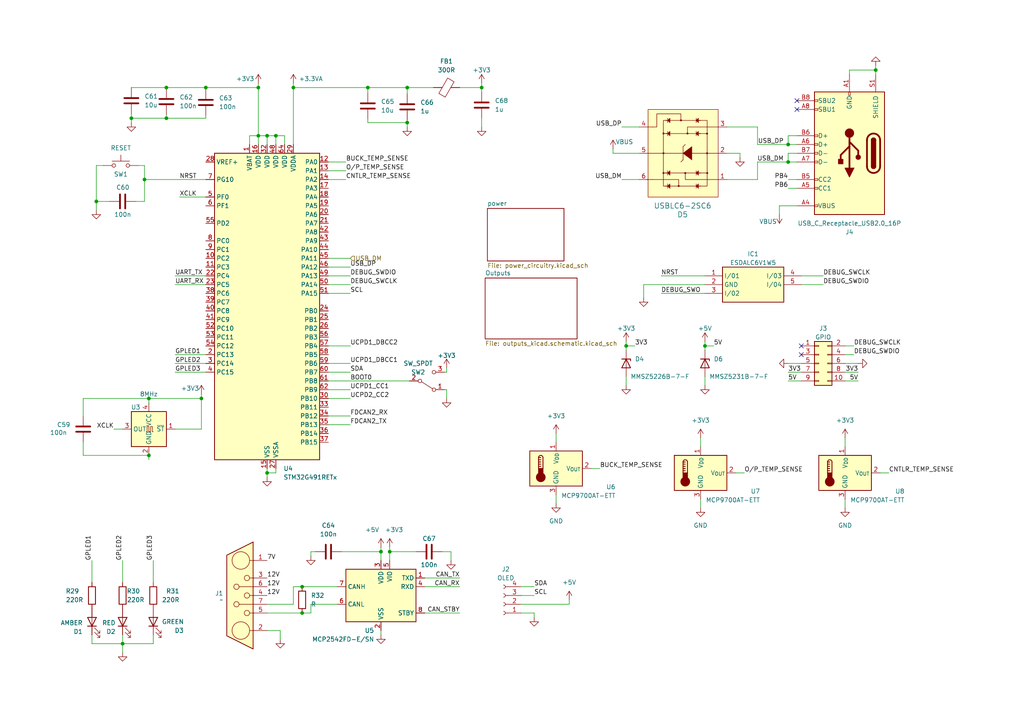
<source format=kicad_sch>
(kicad_sch (version 20231120) (generator "eeschema") (generator_version "8.0")
  (paper "A4")
  (lib_symbols
    (symbol "Connector:Conn_01x04_Socket" (pin_names (offset 1.016) hide)
      (property "Reference" "J" (at 0 5.08 0))
      (property "Value" "Conn_01x04_Socket" (at 0 -7.62 0))
      (symbol "Conn_01x04_Socket_1_1"
        (pin passive line (at -5.08 2.54 0) (length 3.81) (name "Pin_1") (number "1"))
        (pin passive line (at -5.08 0 0) (length 3.81) (name "Pin_2") (number "2"))
        (pin passive line (at -5.08 -2.54 0) (length 3.81) (name "Pin_3") (number "3"))
        (pin passive line (at -5.08 -5.08 0) (length 3.81) (name "Pin_4") (number "4"))
      )
    )
    (symbol "Connector:USB_C_Receptacle_USB2.0_16P" (pin_names (offset 1.016))
      (property "Reference" "J" (at 0 22.225 0))
      (property "Value" "USB_C_Receptacle_USB2.0_16P" (at 0 19.685 0))
      (symbol "USB_C_Receptacle_USB2.0_16P_1_1"
        (pin passive line (at 0 -22.86 90) (length 5.08) (name "GND") (number "A1"))
        (pin passive line (at 0 -22.86 90) (length 5.08) hide (name "GND") (number "A12"))
        (pin passive line (at 15.24 15.24 180) (length 5.08) (name "VBUS") (number "A4"))
        (pin bidirectional line (at 15.24 10.16 180) (length 5.08) (name "CC1") (number "A5"))
        (pin bidirectional line (at 15.24 -2.54 180) (length 5.08) (name "D+") (number "A6"))
        (pin bidirectional line (at 15.24 2.54 180) (length 5.08) (name "D-") (number "A7"))
        (pin bidirectional line (at 15.24 -12.7 180) (length 5.08) (name "SBU1") (number "A8"))
        (pin passive line (at 15.24 15.24 180) (length 5.08) hide (name "VBUS") (number "A9"))
        (pin passive line (at 0 -22.86 90) (length 5.08) hide (name "GND") (number "B1"))
        (pin passive line (at 0 -22.86 90) (length 5.08) hide (name "GND") (number "B12"))
        (pin passive line (at 15.24 15.24 180) (length 5.08) hide (name "VBUS") (number "B4"))
        (pin bidirectional line (at 15.24 7.62 180) (length 5.08) (name "CC2") (number "B5"))
        (pin bidirectional line (at 15.24 -5.08 180) (length 5.08) (name "D+") (number "B6"))
        (pin bidirectional line (at 15.24 0 180) (length 5.08) (name "D-") (number "B7"))
        (pin bidirectional line (at 15.24 -15.24 180) (length 5.08) (name "SBU2") (number "B8"))
        (pin passive line (at 15.24 15.24 180) (length 5.08) hide (name "VBUS") (number "B9"))
        (pin passive line (at -7.62 -22.86 90) (length 5.08) (name "SHIELD") (number "S1"))
      )
    )
    (symbol "Connector_Generic:Conn_02x05_Odd_Even" (pin_names (offset 1.016) hide)
      (property "Reference" "J" (at 1.27 7.62 0))
      (property "Value" "Conn_02x05_Odd_Even" (at 1.27 -7.62 0))
      (symbol "Conn_02x05_Odd_Even_1_1"
        (pin passive line (at -5.08 5.08 0) (length 3.81) (name "Pin_1") (number "1"))
        (pin passive line (at 7.62 -5.08 180) (length 3.81) (name "Pin_10") (number "10"))
        (pin passive line (at 7.62 5.08 180) (length 3.81) (name "Pin_2") (number "2"))
        (pin passive line (at -5.08 2.54 0) (length 3.81) (name "Pin_3") (number "3"))
        (pin passive line (at 7.62 2.54 180) (length 3.81) (name "Pin_4") (number "4"))
        (pin passive line (at -5.08 0 0) (length 3.81) (name "Pin_5") (number "5"))
        (pin passive line (at 7.62 0 180) (length 3.81) (name "Pin_6") (number "6"))
        (pin passive line (at -5.08 -2.54 0) (length 3.81) (name "Pin_7") (number "7"))
        (pin passive line (at 7.62 -2.54 180) (length 3.81) (name "Pin_8") (number "8"))
        (pin passive line (at -5.08 -5.08 0) (length 3.81) (name "Pin_9") (number "9"))
      )
    )
    (symbol "Device:C" (pin_numbers hide) (pin_names (offset 0.254))
      (property "Reference" "C" (at 0.635 2.54 0))
      (property "Value" "C" (at 0.635 -2.54 0))
      (symbol "C_1_1"
        (pin passive line (at 0 3.81 270) (length 2.794) (name "~") (number "1"))
        (pin passive line (at 0 -3.81 90) (length 2.794) (name "~") (number "2"))
      )
    )
    (symbol "Device:D_Zener" (pin_numbers hide) (pin_names (offset 1.016) hide)
      (property "Reference" "D" (at 0 2.54 0))
      (property "Value" "D_Zener" (at 0 -2.54 0))
      (symbol "D_Zener_1_1"
        (pin passive line (at -3.81 0 0) (length 2.54) (name "K") (number "1"))
        (pin passive line (at 3.81 0 180) (length 2.54) (name "A") (number "2"))
      )
    )
    (symbol "Device:FerriteBead" (pin_numbers hide) (pin_names (offset 0))
      (property "Reference" "FB" (at -3.81 0.635 90))
      (property "Value" "FerriteBead" (at 3.81 0 90))
      (symbol "FerriteBead_1_1"
        (pin passive line (at 0 3.81 270) (length 2.54) (name "~") (number "1"))
        (pin passive line (at 0 -3.81 90) (length 2.54) (name "~") (number "2"))
      )
    )
    (symbol "Device:LED" (pin_numbers hide) (pin_names (offset 1.016) hide)
      (property "Reference" "D" (at 0 2.54 0))
      (property "Value" "LED" (at 0 -2.54 0))
      (symbol "LED_1_1"
        (pin passive line (at -3.81 0 0) (length 2.54) (name "K") (number "1"))
        (pin passive line (at 3.81 0 180) (length 2.54) (name "A") (number "2"))
      )
    )
    (symbol "Device:R" (pin_numbers hide) (pin_names (offset 0))
      (property "Reference" "R" (at 2.032 0 90))
      (property "Value" "R" (at 0 0 90))
      (symbol "R_1_1"
        (pin passive line (at 0 3.81 270) (length 1.27) (name "~") (number "1"))
        (pin passive line (at 0 -3.81 90) (length 1.27) (name "~") (number "2"))
      )
    )
    (symbol "Interface_CAN_LIN:MCP2542FDxMF"
      (property "Reference" "U" (at -10.16 8.89 0))
      (property "Value" "MCP2542FDxMF" (at 2.54 8.89 0))
      (symbol "MCP2542FDxMF_1_1"
        (pin input line (at -12.7 5.08 0) (length 2.54) (name "TXD") (number "1"))
        (pin power_in line (at 0 -10.16 90) (length 2.54) (name "VSS") (number "2"))
        (pin power_in line (at 0 10.16 270) (length 2.54) (name "VDD") (number "3"))
        (pin output line (at -12.7 2.54 0) (length 2.54) (name "RXD") (number "4"))
        (pin power_in line (at -2.54 10.16 270) (length 2.54) (name "VIO") (number "5"))
        (pin bidirectional line (at 12.7 -2.54 180) (length 2.54) (name "CANL") (number "6"))
        (pin bidirectional line (at 12.7 2.54 180) (length 2.54) (name "CANH") (number "7"))
        (pin input line (at -12.7 -5.08 0) (length 2.54) (name "STBY") (number "8"))
        (pin passive line (at 0 -10.16 90) (length 2.54) hide (name "VSS") (number "9"))
      )
    )
    (symbol "MCU_ST_STM32G4:STM32G491RETx"
      (property "Reference" "U" (at -15.24 46.99 0))
      (property "Value" "STM32G491RETx" (at 10.16 46.99 0))
      (symbol "STM32G491RETx_1_1"
        (pin power_in line (at -5.08 48.26 270) (length 2.54) (name "VBAT") (number "1"))
        (pin bidirectional line (at -17.78 15.24 0) (length 2.54) (name "PC2") (number "10"))
        (pin bidirectional line (at -17.78 12.7 0) (length 2.54) (name "PC3") (number "11"))
        (pin bidirectional line (at 17.78 43.18 180) (length 2.54) (name "PA0") (number "12"))
        (pin bidirectional line (at 17.78 40.64 180) (length 2.54) (name "PA1") (number "13"))
        (pin bidirectional line (at 17.78 38.1 180) (length 2.54) (name "PA2") (number "14"))
        (pin power_in line (at 0 -45.72 90) (length 2.54) (name "VSS") (number "15"))
        (pin power_in line (at -2.54 48.26 270) (length 2.54) (name "VDD") (number "16"))
        (pin bidirectional line (at 17.78 35.56 180) (length 2.54) (name "PA3") (number "17"))
        (pin bidirectional line (at 17.78 33.02 180) (length 2.54) (name "PA4") (number "18"))
        (pin bidirectional line (at 17.78 30.48 180) (length 2.54) (name "PA5") (number "19"))
        (pin bidirectional line (at -17.78 -12.7 0) (length 2.54) (name "PC13") (number "2"))
        (pin bidirectional line (at 17.78 27.94 180) (length 2.54) (name "PA6") (number "20"))
        (pin bidirectional line (at 17.78 25.4 180) (length 2.54) (name "PA7") (number "21"))
        (pin bidirectional line (at -17.78 10.16 0) (length 2.54) (name "PC4") (number "22"))
        (pin bidirectional line (at -17.78 7.62 0) (length 2.54) (name "PC5") (number "23"))
        (pin bidirectional line (at 17.78 0 180) (length 2.54) (name "PB0") (number "24"))
        (pin bidirectional line (at 17.78 -2.54 180) (length 2.54) (name "PB1") (number "25"))
        (pin bidirectional line (at 17.78 -5.08 180) (length 2.54) (name "PB2") (number "26"))
        (pin power_in line (at 2.54 -45.72 90) (length 2.54) (name "VSSA") (number "27"))
        (pin input line (at -17.78 43.18 0) (length 2.54) (name "VREF+") (number "28"))
        (pin power_in line (at 7.62 48.26 270) (length 2.54) (name "VDDA") (number "29"))
        (pin bidirectional line (at -17.78 -15.24 0) (length 2.54) (name "PC14") (number "3"))
        (pin bidirectional line (at 17.78 -25.4 180) (length 2.54) (name "PB10") (number "30"))
        (pin passive line (at 0 -45.72 90) (length 2.54) hide (name "VSS") (number "31"))
        (pin power_in line (at 0 48.26 270) (length 2.54) (name "VDD") (number "32"))
        (pin bidirectional line (at 17.78 -27.94 180) (length 2.54) (name "PB11") (number "33"))
        (pin bidirectional line (at 17.78 -30.48 180) (length 2.54) (name "PB12") (number "34"))
        (pin bidirectional line (at 17.78 -33.02 180) (length 2.54) (name "PB13") (number "35"))
        (pin bidirectional line (at 17.78 -35.56 180) (length 2.54) (name "PB14") (number "36"))
        (pin bidirectional line (at 17.78 -38.1 180) (length 2.54) (name "PB15") (number "37"))
        (pin bidirectional line (at -17.78 5.08 0) (length 2.54) (name "PC6") (number "38"))
        (pin bidirectional line (at -17.78 2.54 0) (length 2.54) (name "PC7") (number "39"))
        (pin bidirectional line (at -17.78 -17.78 0) (length 2.54) (name "PC15") (number "4"))
        (pin bidirectional line (at -17.78 0 0) (length 2.54) (name "PC8") (number "40"))
        (pin bidirectional line (at -17.78 -2.54 0) (length 2.54) (name "PC9") (number "41"))
        (pin bidirectional line (at 17.78 22.86 180) (length 2.54) (name "PA8") (number "42"))
        (pin bidirectional line (at 17.78 20.32 180) (length 2.54) (name "PA9") (number "43"))
        (pin bidirectional line (at 17.78 17.78 180) (length 2.54) (name "PA10") (number "44"))
        (pin bidirectional line (at 17.78 15.24 180) (length 2.54) (name "PA11") (number "45"))
        (pin bidirectional line (at 17.78 12.7 180) (length 2.54) (name "PA12") (number "46"))
        (pin passive line (at 0 -45.72 90) (length 2.54) hide (name "VSS") (number "47"))
        (pin power_in line (at 2.54 48.26 270) (length 2.54) (name "VDD") (number "48"))
        (pin bidirectional line (at 17.78 10.16 180) (length 2.54) (name "PA13") (number "49"))
        (pin bidirectional line (at -17.78 33.02 0) (length 2.54) (name "PF0") (number "5"))
        (pin bidirectional line (at 17.78 7.62 180) (length 2.54) (name "PA14") (number "50"))
        (pin bidirectional line (at 17.78 5.08 180) (length 2.54) (name "PA15") (number "51"))
        (pin bidirectional line (at -17.78 -5.08 0) (length 2.54) (name "PC10") (number "52"))
        (pin bidirectional line (at -17.78 -7.62 0) (length 2.54) (name "PC11") (number "53"))
        (pin bidirectional line (at -17.78 -10.16 0) (length 2.54) (name "PC12") (number "54"))
        (pin bidirectional line (at -17.78 25.4 0) (length 2.54) (name "PD2") (number "55"))
        (pin bidirectional line (at 17.78 -7.62 180) (length 2.54) (name "PB3") (number "56"))
        (pin bidirectional line (at 17.78 -10.16 180) (length 2.54) (name "PB4") (number "57"))
        (pin bidirectional line (at 17.78 -12.7 180) (length 2.54) (name "PB5") (number "58"))
        (pin bidirectional line (at 17.78 -15.24 180) (length 2.54) (name "PB6") (number "59"))
        (pin bidirectional line (at -17.78 30.48 0) (length 2.54) (name "PF1") (number "6"))
        (pin bidirectional line (at 17.78 -17.78 180) (length 2.54) (name "PB7") (number "60"))
        (pin bidirectional line (at 17.78 -20.32 180) (length 2.54) (name "PB8") (number "61"))
        (pin bidirectional line (at 17.78 -22.86 180) (length 2.54) (name "PB9") (number "62"))
        (pin passive line (at 0 -45.72 90) (length 2.54) hide (name "VSS") (number "63"))
        (pin power_in line (at 5.08 48.26 270) (length 2.54) (name "VDD") (number "64"))
        (pin bidirectional line (at -17.78 38.1 0) (length 2.54) (name "PG10") (number "7"))
        (pin bidirectional line (at -17.78 20.32 0) (length 2.54) (name "PC0") (number "8"))
        (pin bidirectional line (at -17.78 17.78 0) (length 2.54) (name "PC1") (number "9"))
      )
    )
    (symbol "RF_Parts:ESDALC6V1W5"
      (property "Reference" "IC" (at 24.13 7.62 0))
      (property "Value" "ESDALC6V1W5" (at 24.13 5.08 0))
      (symbol "ESDALC6V1W5_1_1"
        (pin passive line (at 0 0 0) (length 5.08) (name "I/01") (number "1"))
        (pin passive line (at 0 -2.54 0) (length 5.08) (name "GND") (number "2"))
        (pin passive line (at 0 -5.08 0) (length 5.08) (name "I/02") (number "3"))
        (pin passive line (at 27.94 0 180) (length 5.08) (name "I/03") (number "4"))
        (pin passive line (at 27.94 -2.54 180) (length 5.08) (name "I/04") (number "5"))
      )
    )
    (symbol "RF_Parts:SG-3225CAN"
      (property "Reference" "U" (at 3.81 7.62 0))
      (symbol "SG-3225CAN_1_1"
        (pin input line (at -7.62 0 0) (length 2.54) (name "~{ST}") (number "1"))
        (pin power_in line (at 0 -7.62 90) (length 2.54) (name "GND") (number "2"))
        (pin output line (at 7.62 0 180) (length 2.54) (name "OUT") (number "3"))
        (pin power_in line (at 0 7.62 270) (length 2.54) (name "VCC") (number "4"))
      )
    )
    (symbol "Sensor_Temperature:MCP9700Ax-ETT"
      (property "Reference" "U" (at -6.35 6.35 0))
      (property "Value" "MCP9700Ax-ETT" (at 1.27 6.35 0))
      (symbol "MCP9700Ax-ETT_1_1"
        (pin power_in line (at 0 7.62 270) (length 2.54) (name "V_{DD}") (number "1"))
        (pin output line (at 10.16 0 180) (length 2.54) (name "V_{OUT}") (number "2"))
        (pin power_in line (at 0 -7.62 90) (length 2.54) (name "GND") (number "3"))
      )
    )
    (symbol "Switch:SW_Push" (pin_numbers hide) (pin_names (offset 1.016) hide)
      (property "Reference" "SW" (at 1.27 2.54 0))
      (property "Value" "SW_Push" (at 0 -1.524 0))
      (symbol "SW_Push_0_1"
        (pin passive line (at -5.08 0 0) (length 2.54) (name "1") (number "1"))
        (pin passive line (at 5.08 0 180) (length 2.54) (name "2") (number "2"))
      )
    )
    (symbol "Switch:SW_SPDT" (pin_names (offset 0) hide)
      (property "Reference" "SW" (at 0 4.318 0))
      (property "Value" "SW_SPDT" (at 0 -5.08 0))
      (symbol "SW_SPDT_1_1"
        (pin passive line (at 5.08 2.54 180) (length 2.54) (name "A") (number "1"))
        (pin passive line (at -5.08 0 0) (length 2.54) (name "B") (number "2"))
        (pin passive line (at 5.08 -2.54 180) (length 2.54) (name "C") (number "3"))
      )
    )
    (symbol "dk_TVS-Diodes:USBLC6-2SC6" (pin_names (offset 1.016))
      (property "Reference" "D" (at -10.16 13.97 0))
      (property "Value" "USBLC6-2SC6" (at 0 -13.97 0))
      (symbol "USBLC6-2SC6_1_1"
        (pin input line (at -12.7 7.62 0) (length 2.54) (name "~") (number "1"))
        (pin power_in line (at -12.7 0 0) (length 2.54) (name "~") (number "2"))
        (pin input line (at -12.7 -7.62 0) (length 2.54) (name "~") (number "3"))
        (pin input line (at 12.7 -7.62 180) (length 2.54) (name "~") (number "4"))
        (pin output line (at 12.7 0 180) (length 2.54) (name "~") (number "5"))
        (pin input line (at 12.7 7.62 180) (length 2.54) (name "~") (number "6"))
      )
    )
    (symbol "ecocad_lib_symbols:DB7W2"
      (property "Reference" "J" (at -0.508 15.494 0))
      (symbol "DB7W2_1_1"
        (pin passive line (at -7.62 10.16 0) (length 3.81) (name "") (number "1"))
        (pin passive line (at -7.62 -10.16 0) (length 3.81) (name "") (number "2"))
        (pin passive line (at -7.62 5.08 0) (length 3.81) (name "") (number "3"))
        (pin passive line (at -7.62 0 0) (length 3.81) (name "") (number "4"))
        (pin passive line (at -7.62 -5.08 0) (length 3.81) (name "") (number "5"))
        (pin passive line (at -7.62 2.54 0) (length 3.81) (name "") (number "6"))
        (pin passive line (at -7.62 -2.54 0) (length 3.81) (name "") (number "7"))
      )
    )
    (symbol "power:+3.3VA" (power) (pin_names (offset 0))
      (property "Value" "+3.3VA" (at 0 3.556 0))
      (symbol "+3.3VA_1_1"
        (pin power_in line (at 0 0 90) (length 0) hide (name "+3.3VA") (number "1"))
      )
    )
    (symbol "power:+3V3" (power) (pin_names (offset 0))
      (property "Value" "+3V3" (at 0 3.556 0))
      (symbol "+3V3_1_1"
        (pin power_in line (at 0 0 90) (length 0) hide (name "+3V3") (number "1"))
      )
    )
    (symbol "power:+5V" (power) (pin_names (offset 0))
      (property "Value" "+5V" (at 0 3.556 0))
      (symbol "+5V_1_1"
        (pin power_in line (at 0 0 90) (length 0) hide (name "+5V") (number "1"))
      )
    )
    (symbol "power:GND" (power) (pin_names (offset 0))
      (property "Value" "GND" (at 0 -3.81 0))
      (symbol "GND_1_1"
        (pin power_in line (at 0 0 270) (length 0) hide (name "GND") (number "1"))
      )
    )
  )
  (junction (at 35.56 186.69))
  (junction (at 80.01 39.37))
  (junction (at 181.61 100.33))
  (junction (at 43.18 132.08))
  (junction (at 228.6 41.91))
  (junction (at 118.11 35.56))
  (junction (at 87.63 177.8))
  (junction (at 110.49 160.02))
  (junction (at 41.91 52.07))
  (junction (at 139.7 25.4))
  (junction (at 74.93 25.4))
  (junction (at 254 20.32))
  (junction (at 59.69 25.4))
  (junction (at 85.09 25.4))
  (junction (at 87.63 170.18))
  (junction (at 77.47 39.37))
  (junction (at 58.42 115.57))
  (junction (at 27.94 58.42))
  (junction (at 228.6 46.99))
  (junction (at 38.1 34.29))
  (junction (at 43.18 115.57))
  (junction (at 204.47 100.33))
  (junction (at 74.93 39.37))
  (junction (at 77.47 137.16))
  (junction (at 113.03 160.02))
  (junction (at 48.26 34.29))
  (junction (at 118.11 25.4))
  (junction (at 106.68 25.4))
  (junction (at 48.26 25.4))
  (no_connect (at 232.41 100.33))
  (no_connect (at 232.41 102.87))
  (no_connect (at 231.14 29.21))
  (no_connect (at 231.14 31.75))
  (wire (pts (xy 99.06 160.02) (xy 110.49 160.02)))
  (wire (pts (xy 245.11 100.33) (xy 247.65 100.33)))
  (wire (pts (xy 24.13 120.65) (xy 24.13 115.57)))
  (wire (pts (xy 228.6 39.37) (xy 228.6 41.91)))
  (wire (pts (xy 254 20.32) (xy 254 21.59)))
  (wire (pts (xy 228.6 107.95) (xy 232.41 107.95)))
  (wire (pts (xy 43.18 116.84) (xy 43.18 115.57)))
  (wire (pts (xy 161.29 143.51) (xy 161.29 146.05)))
  (wire (pts (xy 95.25 82.55) (xy 101.6 82.55)))
  (wire (pts (xy 231.14 52.07) (xy 228.6 52.07)))
  (wire (pts (xy 48.26 33.274) (xy 48.26 34.29)))
  (wire (pts (xy 59.69 34.29) (xy 59.69 33.528)))
  (wire (pts (xy 85.09 25.4) (xy 106.68 25.4)))
  (wire (pts (xy 58.42 124.46) (xy 50.8 124.46)))
  (wire (pts (xy 113.03 160.02) (xy 120.65 160.02)))
  (wire (pts (xy 26.67 168.91) (xy 26.67 162.56)))
  (wire (pts (xy 48.26 25.4) (xy 59.69 25.4)))
  (wire (pts (xy 24.13 128.27) (xy 24.13 132.08)))
  (wire (pts (xy 203.2 144.78) (xy 203.2 147.32)))
  (wire (pts (xy 33.02 124.46) (xy 35.56 124.46)))
  (wire (pts (xy 118.11 34.798) (xy 118.11 35.56)))
  (wire (pts (xy 210.82 52.07) (xy 219.71 52.07)))
  (wire (pts (xy 95.25 107.95) (xy 101.6 107.95)))
  (wire (pts (xy 85.09 24.13) (xy 85.09 25.4)))
  (wire (pts (xy 219.71 52.07) (xy 219.71 46.99)))
  (wire (pts (xy 139.7 25.4) (xy 139.7 26.67)))
  (wire (pts (xy 255.27 137.16) (xy 257.81 137.16)))
  (wire (pts (xy 48.26 34.29) (xy 59.69 34.29)))
  (wire (pts (xy 48.26 25.4) (xy 48.26 25.654)))
  (wire (pts (xy 38.1 33.02) (xy 38.1 34.29)))
  (wire (pts (xy 35.56 186.69) (xy 35.56 184.15)))
  (wire (pts (xy 85.09 170.18) (xy 85.09 175.26)))
  (wire (pts (xy 38.1 34.29) (xy 48.26 34.29)))
  (wire (pts (xy 90.17 160.02) (xy 90.17 161.29)))
  (wire (pts (xy 50.8 105.41) (xy 59.69 105.41)))
  (wire (pts (xy 74.93 24.13) (xy 74.93 25.4)))
  (wire (pts (xy 177.8 43.18) (xy 177.8 44.45)))
  (wire (pts (xy 91.44 160.02) (xy 90.17 160.02)))
  (wire (pts (xy 35.56 168.91) (xy 35.56 162.56)))
  (wire (pts (xy 231.14 41.91) (xy 228.6 41.91)))
  (wire (pts (xy 35.56 186.69) (xy 44.45 186.69)))
  (wire (pts (xy 154.94 179.07) (xy 154.94 177.8)))
  (wire (pts (xy 35.56 186.69) (xy 35.56 189.23)))
  (wire (pts (xy 95.25 115.57) (xy 101.6 115.57)))
  (wire (pts (xy 95.25 113.03) (xy 101.6 113.03)))
  (wire (pts (xy 95.25 77.47) (xy 101.6 77.47)))
  (wire (pts (xy 100.33 52.07) (xy 95.25 52.07)))
  (wire (pts (xy 77.47 175.26) (xy 85.09 175.26)))
  (wire (pts (xy 191.77 85.09) (xy 204.47 85.09)))
  (wire (pts (xy 40.132 48.006) (xy 41.91 48.006)))
  (wire (pts (xy 41.91 48.006) (xy 41.91 52.07)))
  (wire (pts (xy 44.45 168.91) (xy 44.45 162.56)))
  (wire (pts (xy 204.47 99.06) (xy 204.47 100.33)))
  (wire (pts (xy 245.11 102.87) (xy 247.65 102.87)))
  (wire (pts (xy 43.18 115.57) (xy 58.42 115.57)))
  (wire (pts (xy 154.94 170.18) (xy 151.13 170.18)))
  (wire (pts (xy 50.8 82.55) (xy 59.69 82.55)))
  (wire (pts (xy 204.47 109.22) (xy 204.47 111.76)))
  (wire (pts (xy 95.25 105.41) (xy 101.6 105.41)))
  (wire (pts (xy 113.03 160.02) (xy 113.03 162.56)))
  (wire (pts (xy 139.7 34.29) (xy 139.7 36.83)))
  (wire (pts (xy 100.33 46.99) (xy 95.25 46.99)))
  (wire (pts (xy 41.91 52.07) (xy 41.91 58.42)))
  (wire (pts (xy 165.1 173.99) (xy 165.1 175.26)))
  (wire (pts (xy 161.29 125.73) (xy 161.29 128.27)))
  (wire (pts (xy 139.7 24.13) (xy 139.7 25.4)))
  (wire (pts (xy 50.8 107.95) (xy 59.69 107.95)))
  (wire (pts (xy 219.71 41.91) (xy 219.71 36.83)))
  (wire (pts (xy 38.1 25.4) (xy 48.26 25.4)))
  (wire (pts (xy 228.6 110.49) (xy 232.41 110.49)))
  (wire (pts (xy 129.54 107.95) (xy 128.905 107.95)))
  (wire (pts (xy 80.01 135.89) (xy 80.01 137.16)))
  (wire (pts (xy 231.14 44.45) (xy 228.6 44.45)))
  (wire (pts (xy 154.94 172.72) (xy 151.13 172.72)))
  (wire (pts (xy 133.35 25.4) (xy 139.7 25.4)))
  (wire (pts (xy 231.14 54.61) (xy 228.6 54.61)))
  (wire (pts (xy 77.47 177.8) (xy 87.63 177.8)))
  (wire (pts (xy 43.18 132.08) (xy 24.13 132.08)))
  (wire (pts (xy 191.77 80.01) (xy 204.47 80.01)))
  (wire (pts (xy 232.41 80.01) (xy 238.76 80.01)))
  (wire (pts (xy 245.11 107.95) (xy 248.92 107.95)))
  (wire (pts (xy 95.25 110.49) (xy 118.745 110.49)))
  (wire (pts (xy 123.19 167.64) (xy 133.35 167.64)))
  (wire (pts (xy 59.69 25.4) (xy 59.69 25.908)))
  (wire (pts (xy 204.47 100.33) (xy 204.47 101.6)))
  (wire (pts (xy 26.67 186.69) (xy 26.67 184.15)))
  (wire (pts (xy 213.36 137.16) (xy 215.9 137.16)))
  (wire (pts (xy 226.06 62.23) (xy 226.06 59.69)))
  (wire (pts (xy 210.82 44.45) (xy 214.63 44.45)))
  (wire (pts (xy 181.61 100.33) (xy 181.61 101.6)))
  (wire (pts (xy 171.45 135.89) (xy 173.99 135.89)))
  (wire (pts (xy 77.47 39.37) (xy 80.01 39.37)))
  (wire (pts (xy 106.68 25.4) (xy 106.68 26.924)))
  (wire (pts (xy 231.14 46.99) (xy 228.6 46.99)))
  (wire (pts (xy 129.54 106.68) (xy 129.54 107.95)))
  (wire (pts (xy 41.91 52.07) (xy 59.69 52.07)))
  (wire (pts (xy 106.68 34.544) (xy 106.68 35.56)))
  (wire (pts (xy 77.47 39.37) (xy 77.47 41.91)))
  (wire (pts (xy 85.09 25.4) (xy 85.09 41.91)))
  (wire (pts (xy 219.71 46.99) (xy 228.6 46.99)))
  (wire (pts (xy 50.8 80.01) (xy 59.69 80.01)))
  (wire (pts (xy 245.11 144.78) (xy 245.11 147.32)))
  (wire (pts (xy 110.49 182.88) (xy 110.49 184.15)))
  (wire (pts (xy 246.38 20.32) (xy 254 20.32)))
  (wire (pts (xy 80.01 39.37) (xy 82.55 39.37)))
  (wire (pts (xy 210.82 36.83) (xy 219.71 36.83)))
  (wire (pts (xy 181.61 99.06) (xy 181.61 100.33)))
  (wire (pts (xy 59.69 25.4) (xy 74.93 25.4)))
  (wire (pts (xy 27.94 48.006) (xy 27.94 58.42)))
  (wire (pts (xy 44.45 186.69) (xy 44.45 184.15)))
  (wire (pts (xy 123.19 177.8) (xy 133.35 177.8)))
  (wire (pts (xy 77.47 137.16) (xy 80.01 137.16)))
  (wire (pts (xy 228.6 46.99) (xy 228.6 44.45)))
  (wire (pts (xy 110.49 158.75) (xy 110.49 160.02)))
  (wire (pts (xy 232.41 82.55) (xy 238.76 82.55)))
  (wire (pts (xy 50.8 102.87) (xy 59.69 102.87)))
  (wire (pts (xy 95.25 85.09) (xy 101.6 85.09)))
  (wire (pts (xy 254 19.05) (xy 254 20.32)))
  (wire (pts (xy 95.25 120.65) (xy 101.6 120.65)))
  (wire (pts (xy 228.6 105.41) (xy 232.41 105.41)))
  (wire (pts (xy 58.42 115.57) (xy 58.42 124.46)))
  (wire (pts (xy 106.68 25.4) (xy 118.11 25.4)))
  (wire (pts (xy 87.63 177.8) (xy 90.17 177.8)))
  (wire (pts (xy 95.25 100.33) (xy 101.6 100.33)))
  (wire (pts (xy 58.42 114.3) (xy 58.42 115.57)))
  (wire (pts (xy 43.18 132.08) (xy 43.18 133.35)))
  (wire (pts (xy 113.03 158.75) (xy 113.03 160.02)))
  (wire (pts (xy 26.67 186.69) (xy 35.56 186.69)))
  (wire (pts (xy 204.47 100.33) (xy 207.01 100.33)))
  (wire (pts (xy 130.81 160.02) (xy 128.27 160.02)))
  (wire (pts (xy 219.71 41.91) (xy 228.6 41.91)))
  (wire (pts (xy 154.94 177.8) (xy 151.13 177.8)))
  (wire (pts (xy 100.33 49.53) (xy 95.25 49.53)))
  (wire (pts (xy 181.61 109.22) (xy 181.61 111.76)))
  (wire (pts (xy 77.47 135.89) (xy 77.47 137.16)))
  (wire (pts (xy 95.25 74.93) (xy 101.6 74.93)))
  (wire (pts (xy 130.81 162.56) (xy 130.81 160.02)))
  (wire (pts (xy 245.11 127) (xy 245.11 129.54)))
  (wire (pts (xy 38.1 34.29) (xy 38.1 35.56)))
  (wire (pts (xy 74.93 25.4) (xy 74.93 39.37)))
  (wire (pts (xy 106.68 35.56) (xy 118.11 35.56)))
  (wire (pts (xy 90.17 175.26) (xy 90.17 177.8)))
  (wire (pts (xy 226.06 59.69) (xy 231.14 59.69)))
  (wire (pts (xy 123.19 170.18) (xy 133.35 170.18)))
  (wire (pts (xy 97.79 175.26) (xy 90.17 175.26)))
  (wire (pts (xy 27.94 58.42) (xy 27.94 60.96)))
  (wire (pts (xy 29.972 48.006) (xy 27.94 48.006)))
  (wire (pts (xy 80.01 39.37) (xy 80.01 41.91)))
  (wire (pts (xy 177.8 44.45) (xy 185.42 44.45)))
  (wire (pts (xy 180.34 52.07) (xy 185.42 52.07)))
  (wire (pts (xy 72.39 41.91) (xy 72.39 39.37)))
  (wire (pts (xy 43.18 115.57) (xy 24.13 115.57)))
  (wire (pts (xy 231.14 39.37) (xy 228.6 39.37)))
  (wire (pts (xy 180.34 36.83) (xy 185.42 36.83)))
  (wire (pts (xy 118.11 35.56) (xy 118.11 36.83)))
  (wire (pts (xy 245.11 105.41) (xy 248.92 105.41)))
  (wire (pts (xy 248.92 110.49) (xy 245.11 110.49)))
  (wire (pts (xy 186.69 82.55) (xy 186.69 86.36)))
  (wire (pts (xy 74.93 41.91) (xy 74.93 39.37)))
  (wire (pts (xy 97.79 170.18) (xy 87.63 170.18)))
  (wire (pts (xy 151.13 175.26) (xy 165.1 175.26)))
  (wire (pts (xy 129.54 113.03) (xy 128.905 113.03)))
  (wire (pts (xy 81.28 182.88) (xy 81.28 185.42)))
  (wire (pts (xy 95.25 80.01) (xy 101.6 80.01)))
  (wire (pts (xy 181.61 100.33) (xy 184.15 100.33)))
  (wire (pts (xy 246.38 21.59) (xy 246.38 20.32)))
  (wire (pts (xy 95.25 123.19) (xy 101.6 123.19)))
  (wire (pts (xy 87.63 170.18) (xy 85.09 170.18)))
  (wire (pts (xy 204.47 82.55) (xy 186.69 82.55)))
  (wire (pts (xy 118.11 25.4) (xy 125.73 25.4)))
  (wire (pts (xy 129.54 113.03) (xy 129.54 115.57)))
  (wire (pts (xy 41.91 58.42) (xy 39.37 58.42)))
  (wire (pts (xy 110.49 160.02) (xy 110.49 162.56)))
  (wire (pts (xy 203.2 127) (xy 203.2 129.54)))
  (wire (pts (xy 31.75 58.42) (xy 27.94 58.42)))
  (wire (pts (xy 77.47 137.16) (xy 77.47 138.43)))
  (wire (pts (xy 77.47 182.88) (xy 81.28 182.88)))
  (wire (pts (xy 72.39 39.37) (xy 74.93 39.37)))
  (wire (pts (xy 52.07 57.15) (xy 59.69 57.15)))
  (wire (pts (xy 118.11 25.4) (xy 118.11 27.178)))
  (wire (pts (xy 214.63 44.45) (xy 214.63 45.72)))
  (wire (pts (xy 74.93 39.37) (xy 77.47 39.37)))
  (wire (pts (xy 82.55 39.37) (xy 82.55 41.91)))
  (label "SDA" (at 154.94 170.18 0))
  (label "12V" (at 77.47 167.64 0))
  (label "USB_DP" (at 227.33 41.91 180))
  (label "CNTLR_TEMP_SENSE" (at 257.81 137.16 0))
  (label "12V" (at 77.47 172.72 0))
  (label "CNTLR_TEMP_SENSE" (at 100.33 52.07 0))
  (label "NRST" (at 52.07 52.07 0))
  (label "UCPD1_DBCC1" (at 101.6 105.41 0))
  (label "USB_DP" (at 180.34 36.83 180))
  (label "NRST" (at 191.77 80.01 0))
  (label "O{slash}P_TEMP_SENSE" (at 215.9 137.16 0))
  (label "SCL" (at 154.94 172.72 0))
  (label "DEBUG_SWDIO" (at 101.6 80.01 0))
  (label "3V3" (at 228.6 107.95 0))
  (label "USB_DM" (at 227.33 46.99 180))
  (label "DEBUG_SWCLK" (at 101.6 82.55 0))
  (label "PB4" (at 228.6 52.07 180))
  (label "DEBUG_SWCLK" (at 238.76 80.01 0))
  (label "5V" (at 248.92 110.49 180))
  (label "BOOT0" (at 101.6 110.49 0))
  (label "SCL" (at 101.6 85.09 0))
  (label "DEBUG_SWCLK" (at 247.65 100.33 0))
  (label "FDCAN2_RX" (at 101.6 120.65 0))
  (label "DEBUG_SWDIO" (at 238.76 82.55 0))
  (label "GPLED1" (at 26.67 162.56 90))
  (label "O{slash}P_TEMP_SENSE" (at 100.33 49.53 0))
  (label "USB_DP" (at 101.6 77.47 0))
  (label "GPLED1" (at 50.8 102.87 0))
  (label "UCPD1_DBCC2" (at 101.6 100.33 0))
  (label "BUCK_TEMP_SENSE" (at 173.99 135.89 0))
  (label "3V3" (at 248.92 107.95 180))
  (label "FDCAN2_TX" (at 101.6 123.19 0))
  (label "USB_DM" (at 180.34 52.07 180))
  (label "UART_TX" (at 50.8 80.01 0))
  (label "GPLED2" (at 35.56 162.56 90))
  (label "UCPD1_CC1" (at 101.6 113.03 0))
  (label "CAN_RX" (at 133.35 170.18 180))
  (label "UART_RX" (at 50.8 82.55 0))
  (label "XCLK" (at 33.02 124.46 180))
  (label "GPLED3" (at 50.8 107.95 0))
  (label "BUCK_TEMP_SENSE" (at 100.33 46.99 0))
  (label "5V" (at 207.01 100.33 0))
  (label "3V3" (at 184.15 100.33 0))
  (label "DEBUG_SWDIO" (at 247.65 102.87 0))
  (label "XCLK" (at 52.07 57.15 0))
  (label "PB6" (at 228.6 54.61 180))
  (label "GPLED3" (at 44.45 162.56 90))
  (label "UCPD2_CC2" (at 101.6 115.57 0))
  (label "GPLED2" (at 50.8 105.41 0))
  (label "SDA" (at 101.6 107.95 0))
  (label "CAN_STBY" (at 133.35 177.8 180))
  (label "CAN_TX" (at 133.35 167.64 180))
  (label "5V" (at 228.6 110.49 0))
  (label "12V" (at 77.47 170.18 0))
  (label "DEBUG_SWO" (at 191.77 85.09 0))
  (label "7V" (at 77.47 162.56 0))
  (hierarchical_label "USB_DM" (shape input) (at 101.6 74.93 0))
  (symbol (lib_id "power:GND") (at 90.17 161.29 0) (unit 1)
    (property "Reference" "#PWR034" (effects (hide yes)))
    (property "Value" "GND" (effects (hide yes)))
  )
  (symbol (lib_id "power:+3V3") (at 161.29 125.73 0) (unit 1)
    (property "Reference" "#PWR045" (effects (hide yes)))
    (property "Value" "+3V3" (at 161.29 120.65 0))
    (property "Description" "Power symbol creates a global label with name \"+3V3\"" (effects (hide yes)))
  )
  (symbol (lib_id "Device:C") (at 139.7 30.48 0) (unit 1)
    (property "Reference" "C68" (at 143.51 29.21 0) (effects (justify left)))
    (property "Value" "1u" (at 143.51 31.75 0) (effects (justify left)))
    (property "Footprint" "Capacitor_SMD:C_0603_1608Metric" (effects (hide yes)))
    (property "JLCPCB Part#(Optional)" "C28323" (effects (hide yes)))
  )
  (symbol (lib_id "dk_TVS-Diodes:USBLC6-2SC6") (at 198.12 44.45 180) (unit 1)
    (property "Reference" "D5" (at 197.993 62.23 0) (effects (font (size 1.524 1.524))))
    (property "Value" "USBLC6-2SC6" (at 197.993 59.69 0) (effects (font (size 1.524 1.524))))
    (property "Footprint" "BP_FTP:SOT23-6L_STM-L" (effects (hide yes)))
    (property "Datasheet" "http://www.st.com/content/ccc/resource/technical/document/datasheet/06/1d/48/9c/6c/20/4a/b2/CD00050750.pdf/files/CD00050750.pdf/jcr:content/translations/en.CD00050750.pdf" (effects (hide yes)))
    (property "Description" "TVS DIODE 5.25V 17V SOT23-6" (effects (hide yes)))
    (property "Category" "Circuit Protection" (effects (hide yes)))
    (property "Digikey #" "497-5235-1-ND" (effects (hide yes)))
    (property "JLCPCB Part#(Optional)" "C7519" (effects (hide yes)))
  )
  (symbol (lib_id "power:+3V3") (at 245.11 127 0) (unit 1)
    (property "Reference" "#PWR059" (effects (hide yes)))
    (property "Value" "+3V3" (at 245.11 121.92 0))
    (property "Description" "Power symbol creates a global label with name \"+3V3\"" (effects (hide yes)))
  )
  (symbol (lib_id "power:GND") (at 130.81 162.56 0) (unit 1)
    (property "Reference" "#PWR041" (effects (hide yes)))
    (property "Value" "GND" (effects (hide yes)))
  )
  (symbol (lib_id "Device:C") (at 124.46 160.02 270) (unit 1)
    (property "Reference" "C67" (at 124.46 156.21 90))
    (property "Value" "100n" (at 124.46 163.83 90))
    (property "Footprint" "Capacitor_SMD:C_0402_1005Metric" (effects (hide yes)))
    (property "JLCPCB Part#(Optional)" "C1525" (effects (hide yes)))
  )
  (symbol (lib_id "power:GND") (at 214.63 45.72 0) (unit 1)
    (property "Reference" "#PWR056" (effects (hide yes)))
    (property "Value" "GND" (effects (hide yes)))
  )
  (symbol (lib_id "power:GND") (at 38.1 35.56 0) (unit 1)
    (property "Reference" "#PWR028" (effects (hide yes)))
    (property "Value" "GND" (effects (hide yes)))
  )
  (symbol (lib_id "Device:LED") (at 35.56 180.34 90) (unit 1)
    (property "Reference" "D2" (at 33.528 183.1975 90) (effects (justify left)))
    (property "Value" "RED" (at 33.528 180.6575 90) (effects (justify left)))
    (property "Footprint" "LED_SMD:LED_0805_2012Metric" (effects (hide yes)))
    (property "JLCPCB Part#(Optional)" "C84256" (effects (hide yes)))
  )
  (symbol (lib_id "Connector_Generic:Conn_02x05_Odd_Even") (at 237.49 105.41 0) (unit 1)
    (property "Reference" "J3" (at 238.76 95.25 0))
    (property "Value" "GPIO" (at 238.76 97.79 0))
    (property "Footprint" "Connector_PinHeader_2.54mm:PinHeader_2x05_P2.54mm_Vertical" (effects (hide yes)))
    (property "JLCPCB Part#(Optional)" "C5116482" (effects (hide yes)))
  )
  (symbol (lib_id "MCU_ST_STM32G4:STM32G491RETx") (at 77.47 90.17 0) (unit 1)
    (property "Reference" "U4" (at 82.2041 135.89 0) (effects (justify left)))
    (property "Value" "STM32G491RETx" (at 82.2041 138.43 0) (effects (justify left)))
    (property "Footprint" "Package_QFP:LQFP-64_10x10mm_P0.5mm" (effects (hide yes)))
    (property "Datasheet" "https://www.st.com/resource/en/datasheet/stm32g491re.pdf" (effects (hide yes)))
    (property "Description" "STMicroelectronics Arm Cortex-M4 MCU, 512KB flash, 112KB RAM, 170 MHz, 1.71-3.6V, 52 GPIO, LQFP64" (effects (hide yes)))
  )
  (symbol (lib_id "power:+3V3") (at 139.7 24.13 0) (unit 1)
    (property "Reference" "#PWR042" (effects (hide yes)))
    (property "Value" "+3V3" (at 139.7 20.32 0))
  )
  (symbol (lib_id "Device:D_Zener") (at 204.47 105.41 270) (unit 1)
    (property "Reference" "D6" (at 207.01 104.14 90) (effects (justify left)))
    (property "Value" "MMSZ5231B-7-F" (at 205.74 109.22 90) (effects (justify left)))
    (property "Footprint" "Diode_SMD:D_SOD-123" (effects (hide yes)))
    (property "Datasheet" "https://www.diodes.com/assets/Datasheets/ds18010.pdf" (effects (hide yes)))
  )
  (symbol (lib_id "power:GND") (at 129.54 115.57 0) (mirror y) (unit 1)
    (property "Reference" "#PWR040" (effects (hide yes)))
    (property "Value" "GND" (effects (hide yes)))
  )
  (symbol (lib_id "power:GND") (at 81.28 185.42 0) (unit 1)
    (property "Reference" "#PWR032" (effects (hide yes)))
    (property "Value" "GND" (effects (hide yes)))
  )
  (symbol (lib_id "Device:R") (at 44.45 172.72 180) (unit 1)
    (property "Reference" "R31" (at 52.07 171.45 0) (effects (justify left)))
    (property "Value" "220R" (at 52.07 173.99 0) (effects (justify left)))
    (property "Footprint" "Resistor_SMD:R_0805_2012Metric" (effects (hide yes)))
    (property "JLCPCB Part#(Optional)" "C17557" (effects (hide yes)))
  )
  (symbol (lib_id "Device:C") (at 118.11 30.988 0) (unit 1)
    (property "Reference" "C66" (at 121.92 29.718 0) (effects (justify left)))
    (property "Value" "1u" (at 121.92 32.258 0) (effects (justify left)))
    (property "Footprint" "Capacitor_SMD:C_0603_1608Metric" (effects (hide yes)))
    (property "JLCPCB Part#(Optional)" "C28323" (effects (hide yes)))
  )
  (symbol (lib_id "power:GND") (at 27.94 60.96 0) (unit 1)
    (property "Reference" "#PWR026" (effects (hide yes)))
    (property "Value" "GND" (effects (hide yes)))
  )
  (symbol (lib_id "power:GND") (at 228.6 105.41 270) (unit 1)
    (property "Reference" "#PWR058" (effects (hide yes)))
    (property "Value" "GND" (effects (hide yes)))
  )
  (symbol (lib_id "power:+3V3") (at 74.93 24.13 0) (unit 1)
    (property "Reference" "#PWR030" (effects (hide yes)))
    (property "Value" "+3V3" (at 71.12 22.86 0))
  )
  (symbol (lib_id "Device:D_Zener") (at 181.61 105.41 270) (unit 1)
    (property "Reference" "D4" (at 184.15 104.14 90) (effects (justify left)))
    (property "Value" "MMSZ5226B-7-F" (at 182.88 109.22 90) (effects (justify left)))
    (property "Footprint" "Diode_SMD:D_SOD-123" (effects (hide yes)))
    (property "Datasheet" "https://www.diodes.com/assets/Datasheets/ds18010.pdf" (effects (hide yes)))
    (property "Digikey #" "MMSZ5226B-FDICT-ND" (effects (hide yes)))
    (property "JLCPCB Part#(Optional)" "C155250" (effects (hide yes)))
  )
  (symbol (lib_id "power:GND") (at 35.56 189.23 0) (unit 1)
    (property "Reference" "#PWR027" (effects (hide yes)))
    (property "Value" "GND" (effects (hide yes)))
  )
  (symbol (lib_id "power:+3V3") (at 203.2 127 0) (unit 1)
    (property "Reference" "#PWR052" (effects (hide yes)))
    (property "Value" "+3V3" (at 203.2 121.92 0))
    (property "Description" "Power symbol creates a global label with name \"+3V3\"" (effects (hide yes)))
  )
  (symbol (lib_id "power:GND") (at 245.11 147.32 0) (unit 1)
    (property "Reference" "#PWR060" (effects (hide yes)))
    (property "Value" "GND" (at 245.11 152.4 0))
    (property "Description" "Power symbol creates a global label with name \"GND\" , ground" (effects (hide yes)))
  )
  (symbol (lib_id "power:GND") (at 204.47 111.76 0) (unit 1)
    (property "Reference" "#PWR055" (effects (hide yes)))
    (property "Value" "GND" (effects (hide yes)))
  )
  (symbol (lib_id "Device:R") (at 26.67 172.72 180) (unit 1)
    (property "Reference" "R29" (at 19.05 171.45 0) (effects (justify right)))
    (property "Value" "220R" (at 19.05 173.99 0) (effects (justify right)))
    (property "Footprint" "Resistor_SMD:R_0805_2012Metric" (effects (hide yes)))
    (property "JLCPCB Part#(Optional)" "C17557" (effects (hide yes)))
  )
  (symbol (lib_id "power:+3V3") (at 177.8 43.18 0) (unit 1)
    (property "Reference" "#PWR048" (effects (hide yes)))
    (property "Value" "VBUS" (at 181.102 41.148 0))
  )
  (symbol (lib_id "RF_Parts:ESDALC6V1W5") (at 204.47 80.01 0) (unit 1)
    (property "Reference" "IC1" (at 218.44 73.66 0))
    (property "Value" "ESDALC6V1W5" (at 218.44 76.2 0))
    (property "Footprint" "BP_FTP:SOT65P210X110-5N" (effects (hide yes)))
    (property "Datasheet" "http://www.st.com/web/en/resource/technical/document/datasheet/CD00002946.pdf" (effects (hide yes)))
    (property "Description" "6.1V 6.1V 4 3V SOT-323-5  ESD Protection Devices ROHS" (effects (hide yes)))
    (property "JLCPCB Part#(Optional)" "C2827626" (effects (hide yes)))
    (property "Digikey #" "497-7231-1-ND" (effects (hide yes)))
  )
  (symbol (lib_id "power:GND") (at 181.61 111.76 0) (unit 1)
    (property "Reference" "#PWR050" (effects (hide yes)))
    (property "Value" "GND" (effects (hide yes)))
  )
  (symbol (lib_id "RF_Parts:SG-3225CAN") (at 43.18 124.46 0) (mirror y) (unit 1)
    (property "Reference" "U3" (at 39.37 118.11 0))
    (property "Value" "8MHz" (at 43.18 114.3 0))
    (property "Footprint" "Crystal:Crystal_SMD_3225-4Pin_3.2x2.5mm" (effects (hide yes)))
    (property "Digikey #" "535-ASE-8.000MHZ-L-C-TCT-ND" (effects (hide yes)))
  )
  (symbol (lib_id "power:GND") (at 154.94 179.07 0) (unit 1)
    (property "Reference" "#PWR044" (effects (hide yes)))
    (property "Value" "GND" (effects (hide yes)))
  )
  (symbol (lib_id "Connector:Conn_01x04_Socket") (at 146.05 175.26 180) (unit 1)
    (property "Reference" "J2" (at 146.685 165.1 0))
    (property "Value" "OLED" (at 146.685 167.64 0))
    (property "Footprint" "BP_FTP:Display_128x64_096_I2C" (effects (hide yes)))
  )
  (symbol (lib_id "Device:R") (at 87.63 173.99 0) (unit 1)
    (property "Reference" "R32" (at 90.17 172.7199 0) (effects (justify left)))
    (property "Value" "R" (at 90.17 175.2599 0) (effects (justify left)))
    (property "Description" "Resistor" (effects (hide yes)))
  )
  (symbol (lib_id "power:GND") (at 186.69 86.36 0) (unit 1)
    (property "Reference" "#PWR051" (effects (hide yes)))
    (property "Value" "GND" (effects (hide yes)))
  )
  (symbol (lib_id "power:GND") (at 203.2 147.32 0) (unit 1)
    (property "Reference" "#PWR053" (effects (hide yes)))
    (property "Value" "GND" (at 203.2 152.4 0))
    (property "Description" "Power symbol creates a global label with name \"GND\" , ground" (effects (hide yes)))
  )
  (symbol (lib_id "power:GND") (at 110.49 184.15 0) (unit 1)
    (property "Reference" "#PWR036" (effects (hide yes)))
    (property "Value" "GND" (effects (hide yes)))
  )
  (symbol (lib_id "power:GND") (at 161.29 146.05 0) (unit 1)
    (property "Reference" "#PWR046" (effects (hide yes)))
    (property "Value" "GND" (at 161.29 151.13 0))
    (property "Description" "Power symbol creates a global label with name \"GND\" , ground" (effects (hide yes)))
  )
  (symbol (lib_id "power:+3V3") (at 181.61 99.06 0) (unit 1)
    (property "Reference" "#PWR049" (effects (hide yes)))
    (property "Value" "+3V3" (at 181.61 95.25 0))
  )
  (symbol (lib_id "Device:C") (at 48.26 29.464 0) (unit 1)
    (property "Reference" "C62" (at 52.07 28.194 0) (effects (justify left)))
    (property "Value" "100n" (at 52.07 30.734 0) (effects (justify left)))
    (property "Footprint" "Capacitor_SMD:C_0402_1005Metric" (effects (hide yes)))
    (property "JLCPCB Part#(Optional)" "C1525" (effects (hide yes)))
  )
  (symbol (lib_id "Device:C") (at 59.69 29.718 0) (unit 1)
    (property "Reference" "C63" (at 63.5 28.448 0) (effects (justify left)))
    (property "Value" "100n" (at 63.5 30.988 0) (effects (justify left)))
    (property "Footprint" "Capacitor_SMD:C_0402_1005Metric" (effects (hide yes)))
    (property "JLCPCB Part#(Optional)" "C1525" (effects (hide yes)))
  )
  (symbol (lib_id "Switch:SW_SPDT") (at 123.825 110.49 0) (mirror x) (unit 1)
    (property "Reference" "SW2" (at 121.285 107.95 0))
    (property "Value" "SW_SPDT" (at 121.285 105.41 0))
    (property "Footprint" "Button_Switch_SMD:SW_SPDT_PCM12" (effects (hide yes)))
    (property "Digikey #" "2223-SLW-66527511-SMT-TRCT-ND" (effects (hide yes)))
  )
  (symbol (lib_id "Switch:SW_Push") (at 35.052 48.006 0) (unit 1)
    (property "Reference" "SW1" (at 35.052 50.546 0))
    (property "Value" "RESET" (at 35.052 42.926 0))
    (property "Footprint" "Button_Switch_THT:SW_PUSH_6mm_H5mm" (effects (hide yes)))
  )
  (symbol (lib_id "power:+3V3") (at 226.06 62.23 180) (unit 1)
    (property "Reference" "#PWR057" (effects (hide yes)))
    (property "Value" "VBUS" (at 222.758 64.262 0))
  )
  (symbol (lib_id "Device:LED") (at 44.45 180.34 90) (unit 1)
    (property "Reference" "D3" (at 53.34 182.88 90) (effects (justify left)))
    (property "Value" "GREEN" (at 53.34 180.34 90) (effects (justify left)))
    (property "Footprint" "LED_SMD:LED_0805_2012Metric" (effects (hide yes)))
    (property "JLCPCB Part#(Optional)" "C2297" (effects (hide yes)))
  )
  (symbol (lib_id "power:+3V3") (at 129.54 106.68 0) (mirror y) (unit 1)
    (property "Reference" "#PWR039" (effects (hide yes)))
    (property "Value" "+3V3" (at 129.54 103.124 0))
  )
  (symbol (lib_id "power:+3.3VA") (at 85.09 24.13 0) (unit 1)
    (property "Reference" "#PWR033" (effects (hide yes)))
    (property "Value" "+3.3VA" (at 90.17 22.86 0))
  )
  (symbol (lib_id "ecocad_lib_symbols:DB7W2") (at 69.85 172.72 0) (mirror y) (unit 1)
    (property "Reference" "J1" (at 64.77 172.0849 0) (effects (justify left)))
    (property "Value" "~" (at 64.77 173.99 0) (effects (justify left)))
    (property "Footprint" "ecocad:09692009032" (effects (hide yes)))
  )
  (symbol (lib_id "power:+5V") (at 165.1 173.99 0) (unit 1)
    (property "Reference" "#PWR047" (effects (hide yes)))
    (property "Value" "+5V" (at 165.1 168.91 0))
  )
  (symbol (lib_id "power:+3V3") (at 113.03 158.75 0) (unit 1)
    (property "Reference" "#PWR037" (effects (hide yes)))
    (property "Value" "+3V3" (at 114.3 153.67 0))
  )
  (symbol (lib_id "Interface_CAN_LIN:MCP2542FDxMF") (at 110.49 172.72 0) (mirror y) (unit 1)
    (property "Reference" "U5" (at 108.5341 182.88 0) (effects (justify left)))
    (property "Value" "MCP2542FD-E/SN" (at 108.5341 185.42 0) (effects (justify left)))
    (property "Footprint" "Package_SO:SOIC-8_3.9x4.9mm_P1.27mm" (effects (hide yes)))
    (property "Datasheet" "http://ww1.microchip.com/downloads/en/DeviceDoc/MCP2542FD-4FD-MCP2542WFD-4WFD-Data-Sheet20005514B.pdf" (effects (hide yes)))
    (property "Digikey #" "MCP2542FD-E/SN-ND" (effects (hide yes)))
  )
  (symbol (lib_id "power:+5V") (at 110.49 158.75 0) (unit 1)
    (property "Reference" "#PWR035" (effects (hide yes)))
    (property "Value" "+5V" (at 107.95 153.67 0))
  )
  (symbol (lib_id "power:GND") (at 77.47 138.43 0) (unit 1)
    (property "Reference" "#PWR031" (effects (hide yes)))
    (property "Value" "GND" (effects (hide yes)))
  )
  (symbol (lib_id "Device:C") (at 35.56 58.42 90) (unit 1)
    (property "Reference" "C60" (at 37.592 54.356 90) (effects (justify left)))
    (property "Value" "100n" (at 38.1 62.23 90) (effects (justify left)))
    (property "Footprint" "Capacitor_SMD:C_0402_1005Metric" (effects (hide yes)))
    (property "Description" "100nF -20%,+80% 16V Y5V 0402 Multilayer Ceramic Capacitors MLCC - SMD/SMT RoHS" (effects (hide yes)))
    (property "JLCPCB Part#(Optional)" "C1525" (effects (hide yes)))
  )
  (symbol (lib_id "Connector:USB_C_Receptacle_USB2.0_16P") (at 246.38 44.45 180) (unit 1)
    (property "Reference" "J4" (at 246.38 67.31 0))
    (property "Value" "USB_C_Receptacle_USB2.0_16P" (at 246.38 64.77 0))
    (property "Datasheet" "https://www.usb.org/sites/default/files/documents/usb_type-c.zip" (effects (hide yes)))
    (property "Description" "USB 2.0-only 16P Type-C Receptacle connector" (effects (hide yes)))
  )
  (symbol (lib_id "Device:FerriteBead") (at 129.54 25.4 90) (unit 1)
    (property "Reference" "FB1" (at 129.4892 17.78 90))
    (property "Value" "300R" (at 129.4892 20.32 90))
    (property "Footprint" "Inductor_SMD:L_0603_1608Metric" (effects (hide yes)))
    (property "Digikey #" "1934-1474-1-ND" (effects (hide yes)))
    (property "JLCPCB Part#(Optional)" "NA" (effects (hide yes)))
  )
  (symbol (lib_id "power:+5V") (at 204.47 99.06 0) (unit 1)
    (property "Reference" "#PWR054" (effects (hide yes)))
    (property "Value" "+5V" (at 204.47 95.25 0))
  )
  (symbol (lib_id "Device:R") (at 35.56 172.72 180) (unit 1)
    (property "Reference" "R30" (at 40.64 171.45 0) (effects (justify left)))
    (property "Value" "220R" (at 41.91 173.99 0) (effects (justify left)))
    (property "Footprint" "Resistor_SMD:R_0805_2012Metric" (effects (hide yes)))
    (property "JLCPCB Part#(Optional)" "C17557" (effects (hide yes)))
  )
  (symbol (lib_id "power:+3V3") (at 58.42 114.3 0) (mirror y) (unit 1)
    (property "Reference" "#PWR029" (effects (hide yes)))
    (property "Value" "+3V3" (at 55.118 112.649 0))
  )
  (symbol (lib_id "Device:C") (at 24.13 124.46 0) (mirror x) (unit 1)
    (property "Reference" "C59" (at 16.51 123.19 0) (effects (justify left)))
    (property "Value" "100n" (at 14.478 125.476 0) (effects (justify left)))
    (property "Footprint" "Capacitor_SMD:C_0402_1005Metric" (effects (hide yes)))
    (property "Description" "100nF -20%,+80% 16V Y5V 0402 Multilayer Ceramic Capacitors MLCC - SMD/SMT RoHS" (effects (hide yes)))
    (property "JLCPCB Part#(Optional)" "C1525" (effects (hide yes)))
  )
  (symbol (lib_id "power:GND") (at 254 19.05 180) (unit 1)
    (property "Reference" "#PWR062" (effects (hide yes)))
    (property "Value" "GND" (effects (hide yes)))
  )
  (symbol (lib_id "Sensor_Temperature:MCP9700Ax-ETT") (at 245.11 137.16 0) (unit 1)
    (property "Reference" "U8" (at 262.382 142.494 0) (effects (justify right)))
    (property "Value" "MCP9700AT-ETT" (at 262.382 145.034 0) (effects (justify right)))
    (property "Footprint" "Package_TO_SOT_SMD:SOT-23" (effects (hide yes)))
    (property "Datasheet" "http://ww1.microchip.com/downloads/en/devicedoc/20001942g.pdf" (effects (hide yes)))
    (property "Description" "Low power, analog thermistor temperature sensor, ±2C accuracy, -40C to +125C, in SOT-23-3" (effects (hide yes)))
    (property "DK#" "MCP9700AT-E/TTCT-ND" (effects (hide yes)))
    (property "LCSC#" "C42288" (effects (hide yes)))
    (property "LCSC Part#" "C42288" (effects (hide yes)))
  )
  (symbol (lib_id "power:GND") (at 248.92 105.41 90) (unit 1)
    (property "Reference" "#PWR061" (effects (hide yes)))
    (property "Value" "GND" (effects (hide yes)))
  )
  (symbol (lib_id "Device:LED") (at 26.67 180.34 90) (unit 1)
    (property "Reference" "D1" (at 24.003 183.1975 90) (effects (justify left)))
    (property "Value" "AMBER" (at 24.003 180.6575 90) (effects (justify left)))
    (property "Footprint" "LED_SMD:LED_0805_2012Metric" (effects (hide yes)))
    (property "JLCPCB Part#(Optional)" "C2296" (effects (hide yes)))
  )
  (symbol (lib_id "Device:C") (at 38.1 29.21 0) (unit 1)
    (property "Reference" "C61" (at 41.91 27.94 0) (effects (justify left)))
    (property "Value" "10u" (at 41.91 30.48 0) (effects (justify left)))
    (property "Footprint" "Capacitor_SMD:C_0603_1608Metric" (effects (hide yes)))
    (property "JLCPCB Part#(Optional)" "C96446" (effects (hide yes)))
  )
  (symbol (lib_id "Sensor_Temperature:MCP9700Ax-ETT") (at 203.2 137.16 0) (unit 1)
    (property "Reference" "U7" (at 220.472 142.494 0) (effects (justify right)))
    (property "Value" "MCP9700AT-ETT" (at 220.472 145.034 0) (effects (justify right)))
    (property "Footprint" "Package_TO_SOT_SMD:SOT-23" (effects (hide yes)))
    (property "Datasheet" "http://ww1.microchip.com/downloads/en/devicedoc/20001942g.pdf" (effects (hide yes)))
    (property "Description" "Low power, analog thermistor temperature sensor, ±2C accuracy, -40C to +125C, in SOT-23-3" (effects (hide yes)))
    (property "DK#" "MCP9700AT-E/TTCT-ND" (effects (hide yes)))
    (property "LCSC#" "C42288" (effects (hide yes)))
    (property "LCSC Part#" "C42288" (effects (hide yes)))
  )
  (symbol (lib_id "Device:C") (at 106.68 30.734 0) (unit 1)
    (property "Reference" "C65" (at 110.49 29.464 0) (effects (justify left)))
    (property "Value" "10u" (at 110.49 32.004 0) (effects (justify left)))
    (property "Footprint" "Capacitor_SMD:C_0603_1608Metric" (effects (hide yes)))
    (property "JLCPCB Part#(Optional)" "C96446" (effects (hide yes)))
  )
  (symbol (lib_id "Sensor_Temperature:MCP9700Ax-ETT") (at 161.29 135.89 0) (unit 1)
    (property "Reference" "U6" (at 178.562 141.224 0) (effects (justify right)))
    (property "Value" "MCP9700AT-ETT" (at 178.562 143.764 0) (effects (justify right)))
    (property "Footprint" "Package_TO_SOT_SMD:SOT-23" (effects (hide yes)))
    (property "Datasheet" "http://ww1.microchip.com/downloads/en/devicedoc/20001942g.pdf" (effects (hide yes)))
    (property "Description" "Low power, analog thermistor temperature sensor, ±2C accuracy, -40C to +125C, in SOT-23-3" (effects (hide yes)))
    (property "DK#" "MCP9700AT-E/TTCT-ND" (effects (hide yes)))
    (property "LCSC#" "C42288" (effects (hide yes)))
    (property "LCSC Part#" "C42288" (effects (hide yes)))
  )
  (symbol (lib_id "power:GND") (at 118.11 36.83 0) (unit 1)
    (property "Reference" "#PWR038" (effects (hide yes)))
    (property "Value" "GND" (effects (hide yes)))
  )
  (symbol (lib_id "Device:C") (at 95.25 160.02 90) (unit 1)
    (property "Reference" "C64" (at 95.25 152.4 90))
    (property "Value" "100n" (at 95.25 154.94 90))
    (property "Footprint" "Capacitor_SMD:C_0402_1005Metric" (effects (hide yes)))
    (property "JLCPCB Part#(Optional)" "C1525" (effects (hide yes)))
  )
  (symbol (lib_id "power:GND") (at 139.7 36.83 0) (unit 1)
    (property "Reference" "#PWR043" (effects (hide yes)))
    (property "Value" "GND" (effects (hide yes)))
  )
  (sheet (at 140.716 80.645) (size 26.67 17.653) (stroke (width 0.1524))
    (property "Sheetname" "Outputs" (at 140.716 79.9334 0) (effects (justify left bottom)))
    (property "Sheetfile" "outputs_kicad.schematic.kicad_sch" (at 140.716 98.8826 0) (effects (justify left top)))
  )
  (sheet (at 141.351 60.452) (size 22.225 15.24) (stroke (width 0.1524))
    (property "Sheetname" "power" (at 141.351 59.7404 0) (effects (justify left bottom)))
    (property "Sheetfile" "power_circuitry.kicad_sch" (at 141.351 76.2766 0) (effects (justify left top)))
  )
)
</source>
